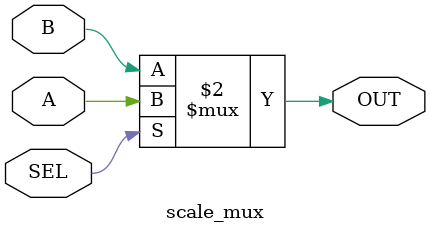
<source format=v>
/********************************************************************
 ***														   	  ***
 *** EE 526 L Experiment #5			   Juan Silva, Spring 2019    ***
 *** 														   	  ***
 *** Scalable Multiplexer									 	  ***
 ********************************************************************
 *** Filename: scale_mux.v		 Created By Juan Silva 2/28/19 	  ***
 ***														   	  ***
 ********************************************************************
 *** This module will serve as a scalable multiplexer. The default***
 *** size of the MUX will be two one-bit inputs with a one-bit    ***
 *** output. The select line will determine which input will be   *** 
 *** be output. If the select line were unknown, it will check for***
 *** matching bits and resolve any mismatched bit with an unknown ***
 ********************************************************************/

`timescale 1 ns / 1 ns

module scale_mux(A, B, SEL, OUT);
parameter SIZE = 1;

//Output of parametrized MUX
output [SIZE - 1: 0] OUT;
reg [SIZE - 1: 0] OUT;

//Input of parametrized MUX
input [SIZE - 1: 0] A, B; 
input SEL;

always @(A or B or SEL) begin
	
	OUT = SEL ? A : B;		//ternary, select A, B, or X
end	

endmodule
</source>
